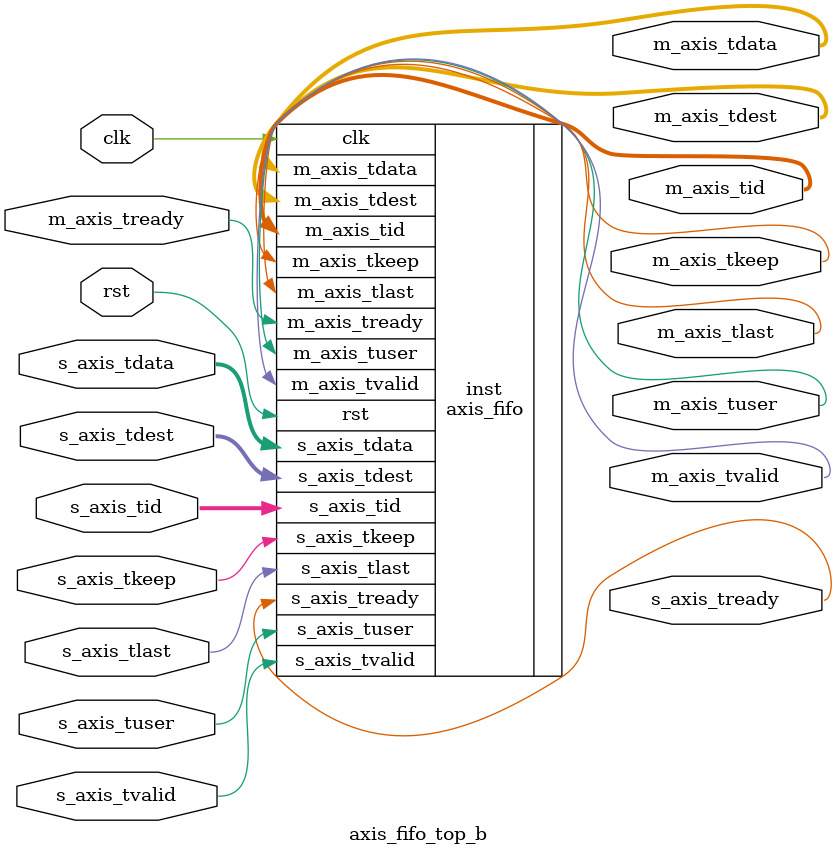
<source format=v>
module axis_fifo_top_b (
  input wire clk,
  input wire rst,
  input wire [31:0] s_axis_tdata,
  input wire s_axis_tkeep,
  input wire s_axis_tvalid,
  output wire s_axis_tready,
  input wire s_axis_tlast,
  input wire [7:0] s_axis_tid,
  input wire [7:0] s_axis_tdest,
  input wire s_axis_tuser,
  output wire [31:0] m_axis_tdata,
  output wire m_axis_tkeep,
  output wire m_axis_tvalid,
  input wire m_axis_tready,
  output wire m_axis_tlast,
  output wire [7:0] m_axis_tid,
  output wire [7:0] m_axis_tdest,
  output wire m_axis_tuser
);

  axis_fifo
  inst
  (
    .clk(clk),
    .rst(rst),
    .s_axis_tdata(s_axis_tdata),
    .s_axis_tkeep(s_axis_tkeep),
    .s_axis_tvalid(s_axis_tvalid),
    .s_axis_tready(s_axis_tready),
    .s_axis_tlast(s_axis_tlast),
    .s_axis_tid(s_axis_tid),
    .s_axis_tdest(s_axis_tdest),
    .s_axis_tuser(s_axis_tuser),
    .m_axis_tdata(m_axis_tdata),
    .m_axis_tkeep(m_axis_tkeep),
    .m_axis_tvalid(m_axis_tvalid),
    .m_axis_tready(m_axis_tready),
    .m_axis_tlast(m_axis_tlast),
    .m_axis_tid(m_axis_tid),
    .m_axis_tdest(m_axis_tdest),
    .m_axis_tuser(m_axis_tuser)
  );
    
endmodule




























































































































</source>
